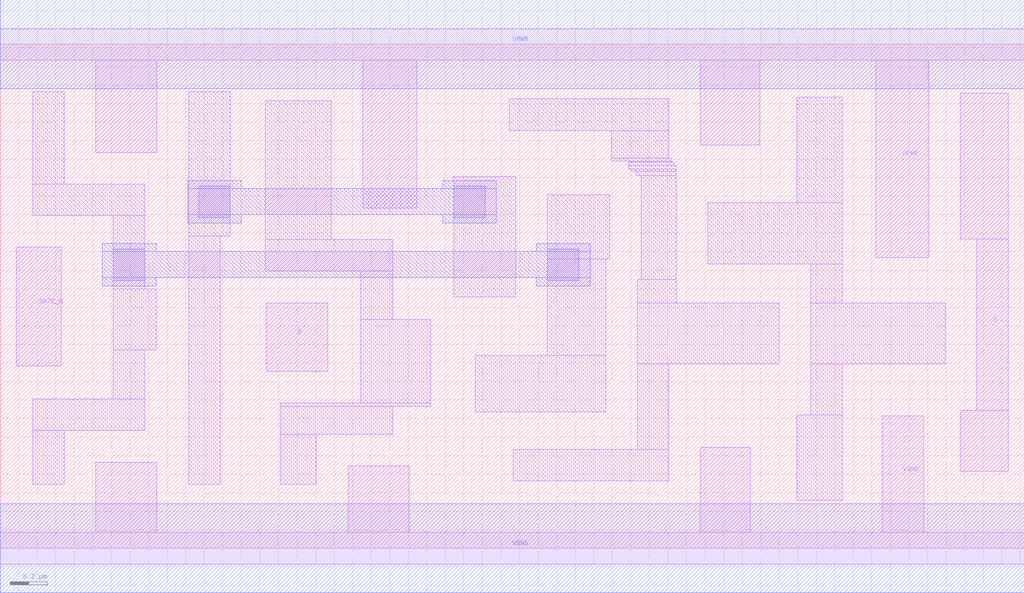
<source format=lef>
# Copyright 2020 The SkyWater PDK Authors
#
# Licensed under the Apache License, Version 2.0 (the "License");
# you may not use this file except in compliance with the License.
# You may obtain a copy of the License at
#
#     https://www.apache.org/licenses/LICENSE-2.0
#
# Unless required by applicable law or agreed to in writing, software
# distributed under the License is distributed on an "AS IS" BASIS,
# WITHOUT WARRANTIES OR CONDITIONS OF ANY KIND, either express or implied.
# See the License for the specific language governing permissions and
# limitations under the License.
#
# SPDX-License-Identifier: Apache-2.0

VERSION 5.5 ;
NAMESCASESENSITIVE ON ;
BUSBITCHARS "[]" ;
DIVIDERCHAR "/" ;
MACRO sky130_fd_sc_hd__dlxtn_1
  CLASS CORE ;
  SOURCE USER ;
  ORIGIN  0.000000  0.000000 ;
  SIZE  5.520000 BY  2.720000 ;
  SYMMETRY X Y R90 ;
  SITE unithd ;
  PIN D
    ANTENNAGATEAREA  0.159000 ;
    DIRECTION INPUT ;
    USE SIGNAL ;
    PORT
      LAYER li1 ;
        RECT 1.435000 0.955000 1.765000 1.325000 ;
    END
  END D
  PIN Q
    ANTENNADIFFAREA  0.429000 ;
    DIRECTION OUTPUT ;
    USE SIGNAL ;
    PORT
      LAYER li1 ;
        RECT 5.175000 0.415000 5.435000 0.745000 ;
        RECT 5.175000 1.670000 5.435000 2.455000 ;
        RECT 5.265000 0.745000 5.435000 1.670000 ;
    END
  END Q
  PIN GATE_N
    ANTENNAGATEAREA  0.159000 ;
    DIRECTION INPUT ;
    USE CLOCK ;
    PORT
      LAYER li1 ;
        RECT 0.085000 0.985000 0.330000 1.625000 ;
    END
  END GATE_N
  PIN VGND
    DIRECTION INOUT ;
    SHAPE ABUTMENT ;
    USE GROUND ;
    PORT
      LAYER li1 ;
        RECT 0.000000 -0.085000 5.520000 0.085000 ;
        RECT 0.515000  0.085000 0.845000 0.465000 ;
        RECT 1.875000  0.085000 2.205000 0.445000 ;
        RECT 3.775000  0.085000 4.045000 0.545000 ;
        RECT 4.755000  0.085000 4.980000 0.715000 ;
    END
    PORT
      LAYER met1 ;
        RECT 0.000000 -0.240000 5.520000 0.240000 ;
    END
  END VGND
  PIN VPWR
    DIRECTION INOUT ;
    SHAPE ABUTMENT ;
    USE POWER ;
    PORT
      LAYER li1 ;
        RECT 0.000000 2.635000 5.520000 2.805000 ;
        RECT 0.515000 2.135000 0.845000 2.635000 ;
        RECT 1.955000 1.835000 2.245000 2.635000 ;
        RECT 3.775000 2.175000 4.095000 2.635000 ;
        RECT 4.720000 1.570000 5.005000 2.635000 ;
    END
    PORT
      LAYER met1 ;
        RECT 0.000000 2.480000 5.520000 2.960000 ;
    END
  END VPWR
  OBS
    LAYER li1 ;
      RECT 0.175000 0.345000 0.345000 0.635000 ;
      RECT 0.175000 0.635000 0.780000 0.805000 ;
      RECT 0.175000 1.795000 0.780000 1.965000 ;
      RECT 0.175000 1.965000 0.345000 2.465000 ;
      RECT 0.610000 0.805000 0.780000 1.070000 ;
      RECT 0.610000 1.070000 0.840000 1.400000 ;
      RECT 0.610000 1.400000 0.780000 1.795000 ;
      RECT 1.015000 0.345000 1.185000 1.685000 ;
      RECT 1.015000 1.685000 1.240000 2.465000 ;
      RECT 1.430000 1.495000 2.115000 1.665000 ;
      RECT 1.430000 1.665000 1.785000 2.415000 ;
      RECT 1.510000 0.345000 1.705000 0.615000 ;
      RECT 1.510000 0.615000 2.115000 0.765000 ;
      RECT 1.510000 0.765000 2.320000 0.785000 ;
      RECT 1.945000 0.785000 2.320000 1.235000 ;
      RECT 1.945000 1.235000 2.115000 1.495000 ;
      RECT 2.445000 1.355000 2.780000 2.005000 ;
      RECT 2.560000 0.735000 3.265000 1.040000 ;
      RECT 2.745000 2.255000 3.605000 2.425000 ;
      RECT 2.765000 0.365000 3.605000 0.535000 ;
      RECT 2.950000 1.040000 3.265000 1.560000 ;
      RECT 2.950000 1.560000 3.285000 1.910000 ;
      RECT 3.295000 2.090000 3.620000 2.105000 ;
      RECT 3.295000 2.105000 3.605000 2.255000 ;
      RECT 3.390000 2.045000 3.645000 2.065000 ;
      RECT 3.390000 2.065000 3.630000 2.085000 ;
      RECT 3.390000 2.085000 3.620000 2.090000 ;
      RECT 3.405000 2.035000 3.645000 2.045000 ;
      RECT 3.430000 2.010000 3.645000 2.035000 ;
      RECT 3.435000 0.535000 3.605000 0.995000 ;
      RECT 3.435000 0.995000 4.200000 1.325000 ;
      RECT 3.435000 1.325000 3.645000 1.450000 ;
      RECT 3.455000 1.450000 3.645000 2.010000 ;
      RECT 3.815000 1.535000 4.540000 1.865000 ;
      RECT 4.295000 0.260000 4.540000 0.720000 ;
      RECT 4.295000 1.865000 4.540000 2.435000 ;
      RECT 4.370000 0.720000 4.540000 0.995000 ;
      RECT 4.370000 0.995000 5.095000 1.325000 ;
      RECT 4.370000 1.325000 4.540000 1.535000 ;
    LAYER mcon ;
      RECT 0.610000 1.445000 0.780000 1.615000 ;
      RECT 1.070000 1.785000 1.240000 1.955000 ;
      RECT 2.445000 1.785000 2.615000 1.955000 ;
      RECT 2.950000 1.445000 3.120000 1.615000 ;
    LAYER met1 ;
      RECT 0.550000 1.415000 0.840000 1.460000 ;
      RECT 0.550000 1.460000 3.180000 1.600000 ;
      RECT 0.550000 1.600000 0.840000 1.645000 ;
      RECT 1.010000 1.755000 1.300000 1.800000 ;
      RECT 1.010000 1.800000 2.675000 1.940000 ;
      RECT 1.010000 1.940000 1.300000 1.985000 ;
      RECT 2.385000 1.755000 2.675000 1.800000 ;
      RECT 2.385000 1.940000 2.675000 1.985000 ;
      RECT 2.890000 1.415000 3.180000 1.460000 ;
      RECT 2.890000 1.600000 3.180000 1.645000 ;
  END
END sky130_fd_sc_hd__dlxtn_1

</source>
